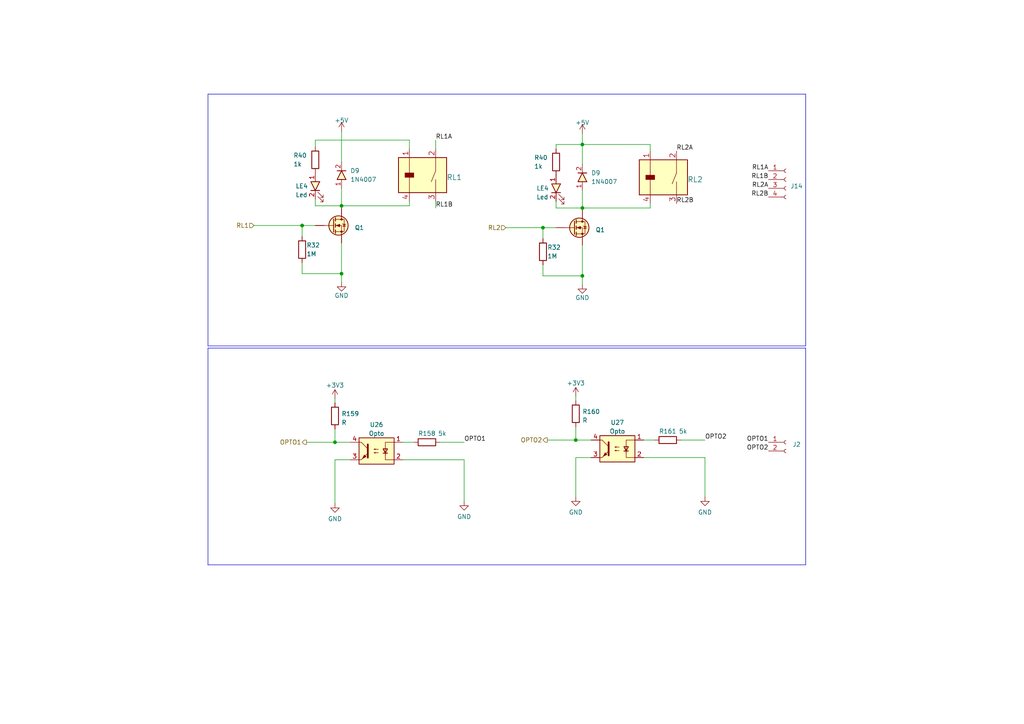
<source format=kicad_sch>
(kicad_sch (version 20230121) (generator eeschema)
  (paper "A4")
  (lib_symbols
    (symbol "Connector:Conn_01x02_Socket" (pin_names (offset 1.016) hide)
      (property "Reference" "J" (at 0 2.54 0))
      (property "Value" "Conn_01x02_Socket" (at 0 -5.08 0))
      (symbol "Conn_01x02_Socket_1_1"
        (arc (start 0 -2.032) (mid -0.5058 -2.54) (end 0 -3.048) (stroke (width 0.1524)))
        (polyline (pts (xy -1.27 -2.54) (xy -0.508 -2.54)) (stroke (width 0.1524)))
        (polyline (pts (xy -1.27 0) (xy -0.508 0)) (stroke (width 0.1524)))
        (arc (start 0 0.508) (mid -0.5058 0) (end 0 -0.508) (stroke (width 0.1524)))
        (pin passive line (at -5.08 0 0) (length 3.81) (name "Pin_1") (number "1"))
        (pin passive line (at -5.08 -2.54 0) (length 3.81) (name "Pin_2") (number "2"))
      )
    )
    (symbol "Connector:Conn_01x04_Socket" (pin_names (offset 1.016) hide)
      (property "Reference" "J" (at 0 5.08 0))
      (property "Value" "Conn_01x04_Socket" (at 0 -7.62 0))
      (symbol "Conn_01x04_Socket_1_1"
        (arc (start 0 -4.572) (mid -0.5058 -5.08) (end 0 -5.588) (stroke (width 0.1524)))
        (arc (start 0 -2.032) (mid -0.5058 -2.54) (end 0 -3.048) (stroke (width 0.1524)))
        (polyline (pts (xy -1.27 -5.08) (xy -0.508 -5.08)) (stroke (width 0.1524)))
        (polyline (pts (xy -1.27 -2.54) (xy -0.508 -2.54)) (stroke (width 0.1524)))
        (polyline (pts (xy -1.27 0) (xy -0.508 0)) (stroke (width 0.1524)))
        (polyline (pts (xy -1.27 2.54) (xy -0.508 2.54)) (stroke (width 0.1524)))
        (arc (start 0 0.508) (mid -0.5058 0) (end 0 -0.508) (stroke (width 0.1524)))
        (arc (start 0 3.048) (mid -0.5058 2.54) (end 0 2.032) (stroke (width 0.1524)))
        (pin passive line (at -5.08 2.54 0) (length 3.81) (name "Pin_1") (number "1"))
        (pin passive line (at -5.08 0 0) (length 3.81) (name "Pin_2") (number "2"))
        (pin passive line (at -5.08 -2.54 0) (length 3.81) (name "Pin_3") (number "3"))
        (pin passive line (at -5.08 -5.08 0) (length 3.81) (name "Pin_4") (number "4"))
      )
    )
    (symbol "Device:R" (pin_numbers hide) (pin_names (offset 0))
      (property "Reference" "R" (at 2.032 0 90))
      (property "Value" "R" (at 0 0 90))
      (symbol "R_0_1"
        (rectangle (start -1.016 -2.54) (end 1.016 2.54) (stroke (width 0.254)))
      )
      (symbol "R_1_1"
        (pin passive line (at 0 3.81 270) (length 1.27) (name "~") (number "1"))
        (pin passive line (at 0 -3.81 90) (length 1.27) (name "~") (number "2"))
      )
    )
    (symbol "IVS_SYMBOLS:Led"
      (property "Reference" "LE" (at 0.508 -2.794 0))
      (property "Value" "Led" (at -0.254 2.794 0))
      (symbol "Led_0_1"
        (polyline (pts (xy 0 -1.27) (xy 0 1.27)) (stroke (width 0.254)))
        (polyline (pts (xy 2.54 -1.27) (xy 2.54 1.27) (xy 0 0) (xy 2.54 -1.27)) (stroke (width 0.254)) (fill (type background)))
        (polyline (pts (xy -1.778 -0.762) (xy -3.302 -2.286) (xy -2.54 -2.286) (xy -3.302 -2.286) (xy -3.302 -1.524)))
        (polyline (pts (xy -0.508 -0.762) (xy -2.032 -2.286) (xy -1.27 -2.286) (xy -2.032 -2.286) (xy -2.032 -1.524)))
      )
      (symbol "Led_1_1"
        (pin passive line (at 5.08 0 180) (length 2.54) (name "") (number "1"))
        (pin passive line (at -2.54 0 0) (length 2.54) (name "") (number "2"))
      )
    )
    (symbol "IVS_SYMBOLS:N_Mosfet" (pin_numbers hide) (pin_names hide)
      (property "Reference" "Q" (at 2.794 1.2192 0))
      (symbol "N_Mosfet_0_1"
        (circle (center -0.889 0) (radius 2.794) (stroke (width 0.254)) (fill (type background)))
        (circle (center 0 -1.778) (radius 0.254) (fill (type outline)))
        (polyline (pts (xy -2.286 0) (xy -5.08 0)))
        (polyline (pts (xy -2.286 1.905) (xy -2.286 -1.905)) (stroke (width 0.254)))
        (polyline (pts (xy -1.778 -1.27) (xy -1.778 -2.286)) (stroke (width 0.254)))
        (polyline (pts (xy -1.778 0.508) (xy -1.778 -0.508)) (stroke (width 0.254)))
        (polyline (pts (xy -1.778 2.286) (xy -1.778 1.27)) (stroke (width 0.254)))
        (polyline (pts (xy 0 2.54) (xy 0 1.778)))
        (polyline (pts (xy 0 -2.54) (xy 0 0) (xy -1.778 0)))
        (polyline (pts (xy -1.778 -1.778) (xy 0.762 -1.778) (xy 0.762 1.778) (xy -1.778 1.778)))
        (polyline (pts (xy -1.524 0) (xy -0.508 0.381) (xy -0.508 -0.381) (xy -1.524 0)) (fill (type outline)))
        (polyline (pts (xy 0.254 0.508) (xy 0.381 0.381) (xy 1.143 0.381) (xy 1.27 0.254)))
        (polyline (pts (xy 0.762 0.381) (xy 0.381 -0.254) (xy 1.143 -0.254) (xy 0.762 0.381)))
        (circle (center 0 1.778) (radius 0.254) (fill (type outline)))
      )
      (symbol "N_Mosfet_1_1"
        (pin input line (at -7.62 0 0) (length 2.54) (name "G") (number "1"))
        (pin passive line (at 0 -5.08 90) (length 2.54) (name "S") (number "2"))
        (pin passive line (at 0 5.08 270) (length 2.54) (name "D") (number "3"))
      )
    )
    (symbol "IVS_SYMBOLS:Opto" (pin_names (offset 1.016))
      (property "Reference" "U" (at -5.08 6.35 0))
      (property "Value" "Opto" (at -5.08 -6.35 0))
      (symbol "Opto_0_1"
        (rectangle (start -5.08 3.81) (end 5.08 -3.81) (stroke (width 0.254)) (fill (type background)))
        (polyline (pts (xy -3.175 -0.635) (xy -1.905 -0.635)) (stroke (width 0.254)))
        (polyline (pts (xy 2.54 0.635) (xy 4.445 2.54)))
        (polyline (pts (xy 4.445 -2.54) (xy 2.54 -0.635)) (fill (type outline)))
        (polyline (pts (xy 4.445 -2.54) (xy 5.08 -2.54)))
        (polyline (pts (xy 4.445 2.54) (xy 5.08 2.54)))
        (polyline (pts (xy -2.54 -0.635) (xy -2.54 -2.54) (xy -5.08 -2.54)))
        (polyline (pts (xy 2.54 1.905) (xy 2.54 -1.905) (xy 2.54 -1.905)) (stroke (width 0.508)))
        (polyline (pts (xy -5.08 2.54) (xy -2.54 2.54) (xy -2.54 -1.27) (xy -2.54 0.635)))
        (polyline (pts (xy -2.54 -0.635) (xy -3.175 0.635) (xy -1.905 0.635) (xy -2.54 -0.635)) (stroke (width 0.254)))
        (polyline (pts (xy -0.508 -0.508) (xy 0.762 -0.508) (xy 0.381 -0.635) (xy 0.381 -0.381) (xy 0.762 -0.508)))
        (polyline (pts (xy -0.508 0.508) (xy 0.762 0.508) (xy 0.381 0.381) (xy 0.381 0.635) (xy 0.762 0.508)))
        (polyline (pts (xy 3.048 -1.651) (xy 3.556 -1.143) (xy 4.064 -2.159) (xy 3.048 -1.651) (xy 3.048 -1.651)) (fill (type outline)))
      )
      (symbol "Opto_1_1"
        (pin passive line (at -7.62 2.54 0) (length 2.54) (name "~") (number "1"))
        (pin passive line (at -7.62 -2.54 0) (length 2.54) (name "~") (number "2"))
        (pin passive line (at 7.62 -2.54 180) (length 2.54) (name "~") (number "3"))
        (pin passive line (at 7.62 2.54 180) (length 2.54) (name "~") (number "4"))
      )
    )
    (symbol "IVS_SYMBOLS:Relay_G5NB-1A-E_DC5" (pin_names (offset 0.254) hide)
      (property "Reference" "RL?" (at 0 -15.24 0))
      (symbol "Relay_G5NB-1A-E_DC5_1_1"
        (rectangle (start -5.08 5.715) (end 5.08 -8.255) (stroke (width 0.254)) (fill (type background)))
        (rectangle (start -0.635 3.81) (end 0.635 1.27) (fill (type outline)))
        (polyline (pts (xy -5.08 -5.08) (xy -1.27 -5.08)))
        (polyline (pts (xy 1.27 -5.08) (xy -1.905 -3.81)))
        (polyline (pts (xy 5.08 -5.08) (xy 1.27 -5.08)))
        (polyline (pts (xy 5.08 2.54) (xy -5.08 2.54)))
        (pin power_in line (at 7.62 2.54 180) (length 2.54) (name "1") (number "1"))
        (pin passive line (at 7.62 -5.08 180) (length 2.54) (name "2") (number "2"))
        (pin passive line (at -7.62 -5.08 0) (length 2.54) (name "3") (number "3"))
        (pin power_in line (at -7.62 2.54 0) (length 2.54) (name "4") (number "4"))
      )
    )
    (symbol "IVS_SYMBOL_DIR:D_Diode"
      (property "Reference" "D" (at 0 2.54 0))
      (property "Value" "D_Diode" (at 0 -2.54 0))
      (symbol "D_Diode_0_1"
        (polyline (pts (xy 0 1.27) (xy 0 -1.27)) (stroke (width 0.254)))
        (polyline (pts (xy 2.54 1.27) (xy 2.54 -1.27) (xy 0 0) (xy 2.54 1.27)) (stroke (width 0.254)) (fill (type background)))
      )
      (symbol "D_Diode_1_1"
        (pin passive line (at 5.08 0 180) (length 2.54) (name "") (number "1"))
        (pin passive line (at -2.54 0 0) (length 2.54) (name "") (number "2"))
      )
    )
    (symbol "Led_1"
      (property "Reference" "LE" (at 0.508 -2.794 0))
      (property "Value" "Led" (at -0.254 2.794 0))
      (symbol "Led_1_0_1"
        (polyline (pts (xy 0 -1.27) (xy 0 1.27)) (stroke (width 0.254)))
        (polyline (pts (xy 2.54 -1.27) (xy 2.54 1.27) (xy 0 0) (xy 2.54 -1.27)) (stroke (width 0.254)) (fill (type background)))
        (polyline (pts (xy -1.778 -0.762) (xy -3.302 -2.286) (xy -2.54 -2.286) (xy -3.302 -2.286) (xy -3.302 -1.524)))
        (polyline (pts (xy -0.508 -0.762) (xy -2.032 -2.286) (xy -1.27 -2.286) (xy -2.032 -2.286) (xy -2.032 -1.524)))
      )
      (symbol "Led_1_1_1"
        (pin passive line (at 5.08 0 180) (length 2.54) (name "") (number "1"))
        (pin passive line (at -2.54 0 0) (length 2.54) (name "") (number "2"))
      )
    )
    (symbol "Relay_G5NB-1A-E_DC5_1" (pin_names (offset 0.254) hide)
      (property "Reference" "RL?" (at 0 -15.24 0))
      (symbol "Relay_G5NB-1A-E_DC5_1_1_1"
        (rectangle (start -5.08 5.715) (end 5.08 -8.255) (stroke (width 0.254)) (fill (type background)))
        (rectangle (start -0.635 3.81) (end 0.635 1.27) (fill (type outline)))
        (polyline (pts (xy -5.08 -5.08) (xy -1.27 -5.08)))
        (polyline (pts (xy 1.27 -5.08) (xy -1.905 -3.81)))
        (polyline (pts (xy 5.08 -5.08) (xy 1.27 -5.08)))
        (polyline (pts (xy 5.08 2.54) (xy -5.08 2.54)))
        (pin power_in line (at 7.62 2.54 180) (length 2.54) (name "1") (number "1"))
        (pin passive line (at 7.62 -5.08 180) (length 2.54) (name "2") (number "2"))
        (pin passive line (at -7.62 -5.08 0) (length 2.54) (name "3") (number "3"))
        (pin power_in line (at -7.62 2.54 0) (length 2.54) (name "4") (number "4"))
      )
    )
    (symbol "power:+3V3" (power) (pin_names (offset 0))
      (property "Value" "+3V3" (at 0 3.556 0))
      (symbol "+3V3_0_1"
        (polyline (pts (xy -0.762 1.27) (xy 0 2.54)))
        (polyline (pts (xy 0 0) (xy 0 2.54)))
        (polyline (pts (xy 0 2.54) (xy 0.762 1.27)))
      )
      (symbol "+3V3_1_1"
        (pin power_in line (at 0 0 90) (length 0) hide (name "+3V3") (number "1"))
      )
    )
    (symbol "power:+5V" (power) (pin_names (offset 0))
      (property "Value" "+5V" (at 0 3.556 0))
      (symbol "+5V_0_1"
        (polyline (pts (xy -0.762 1.27) (xy 0 2.54)))
        (polyline (pts (xy 0 0) (xy 0 2.54)))
        (polyline (pts (xy 0 2.54) (xy 0.762 1.27)))
      )
      (symbol "+5V_1_1"
        (pin power_in line (at 0 0 90) (length 0) hide (name "+5V") (number "1"))
      )
    )
    (symbol "power:GND" (power) (pin_names (offset 0))
      (property "Value" "GND" (at 0 -3.81 0))
      (symbol "GND_0_1"
        (polyline (pts (xy 0 0) (xy 0 -1.27) (xy 1.27 -1.27) (xy 0 -2.54) (xy -1.27 -1.27) (xy 0 -1.27)))
      )
      (symbol "GND_1_1"
        (pin power_in line (at 0 0 270) (length 0) hide (name "GND") (number "1"))
      )
    )
  )
  (junction (at 168.91 41.91))
  (junction (at 167.005 127.635))
  (junction (at 97.155 128.27))
  (junction (at 168.91 80.01))
  (junction (at 157.48 66.04))
  (junction (at 99.06 79.375))
  (junction (at 168.91 60.325))
  (junction (at 99.06 59.69))
  (junction (at 87.63 65.405))
  (wire (pts (xy 158.75 127.635) (xy 167.005 127.635)))
  (wire (pts (xy 73.6347 65.405) (xy 87.63 65.405)))
  (wire (pts (xy 168.91 80.01) (xy 168.91 82.55)))
  (wire (pts (xy 91.44 59.69) (xy 99.06 59.69)))
  (wire (pts (xy 204.47 132.715) (xy 204.47 144.145)))
  (wire (pts (xy 168.91 41.91) (xy 168.91 47.625)))
  (wire (pts (xy 161.29 41.91) (xy 168.91 41.91)))
  (wire (pts (xy 118.745 58.42) (xy 118.745 59.69)))
  (wire (pts (xy 127.635 128.27) (xy 134.62 128.27)))
  (polyline (pts (xy 233.68 163.83) (xy 60.325 163.83)))
  (wire (pts (xy 99.06 59.69) (xy 99.06 60.325)))
  (wire (pts (xy 161.29 43.18) (xy 161.29 41.91)))
  (wire (pts (xy 161.29 60.325) (xy 168.91 60.325)))
  (wire (pts (xy 88.9 128.27) (xy 97.155 128.27)))
  (wire (pts (xy 87.63 68.58) (xy 87.63 65.405)))
  (wire (pts (xy 99.06 79.375) (xy 99.06 81.915)))
  (wire (pts (xy 167.005 127.635) (xy 167.005 123.825)))
  (wire (pts (xy 188.595 43.815) (xy 188.595 41.91)))
  (wire (pts (xy 101.6 128.27) (xy 97.155 128.27)))
  (wire (pts (xy 126.365 40.64) (xy 126.365 43.18)))
  (wire (pts (xy 168.91 38.735) (xy 168.91 41.91)))
  (wire (pts (xy 116.84 133.35) (xy 134.62 133.35)))
  (wire (pts (xy 99.06 38.1) (xy 99.06 46.99)))
  (wire (pts (xy 161.29 58.42) (xy 161.29 60.325)))
  (wire (pts (xy 134.62 133.35) (xy 134.62 145.415)))
  (polyline (pts (xy 233.68 27.305) (xy 233.68 100.33)))
  (wire (pts (xy 197.485 127.635) (xy 204.47 127.635)))
  (wire (pts (xy 87.63 79.375) (xy 99.06 79.375)))
  (wire (pts (xy 97.155 133.35) (xy 97.155 146.05)))
  (wire (pts (xy 97.155 128.27) (xy 97.155 124.46)))
  (polyline (pts (xy 60.325 100.965) (xy 233.68 100.965)))
  (wire (pts (xy 91.44 42.545) (xy 91.44 40.64)))
  (wire (pts (xy 101.6 133.35) (xy 97.155 133.35)))
  (wire (pts (xy 168.91 55.245) (xy 168.91 60.325)))
  (wire (pts (xy 87.63 65.405) (xy 91.44 65.405)))
  (wire (pts (xy 168.91 60.325) (xy 168.91 60.96)))
  (wire (pts (xy 171.45 127.635) (xy 167.005 127.635)))
  (wire (pts (xy 99.06 70.485) (xy 99.06 79.375)))
  (wire (pts (xy 157.48 69.215) (xy 157.48 66.04)))
  (wire (pts (xy 171.45 132.715) (xy 167.005 132.715)))
  (wire (pts (xy 188.595 41.91) (xy 168.91 41.91)))
  (wire (pts (xy 126.365 58.42) (xy 126.365 60.325)))
  (wire (pts (xy 118.745 59.69) (xy 99.06 59.69)))
  (wire (pts (xy 118.745 40.64) (xy 118.745 43.18)))
  (wire (pts (xy 167.005 132.715) (xy 167.005 144.145)))
  (wire (pts (xy 157.48 66.04) (xy 161.29 66.04)))
  (wire (pts (xy 168.91 71.12) (xy 168.91 80.01)))
  (wire (pts (xy 99.06 54.61) (xy 99.06 59.69)))
  (wire (pts (xy 157.48 76.835) (xy 157.48 80.01)))
  (wire (pts (xy 167.005 114.935) (xy 167.005 116.205)))
  (wire (pts (xy 91.44 40.64) (xy 118.745 40.64)))
  (wire (pts (xy 146.685 66.04) (xy 157.48 66.04)))
  (wire (pts (xy 186.69 132.715) (xy 204.47 132.715)))
  (wire (pts (xy 157.48 80.01) (xy 168.91 80.01)))
  (wire (pts (xy 91.44 57.785) (xy 91.44 59.69)))
  (polyline (pts (xy 60.325 27.305) (xy 60.325 100.33)))
  (polyline (pts (xy 233.68 100.33) (xy 60.325 100.33)))
  (wire (pts (xy 186.69 127.635) (xy 189.865 127.635)))
  (polyline (pts (xy 60.325 27.305) (xy 233.68 27.305)))
  (wire (pts (xy 188.595 60.325) (xy 168.91 60.325)))
  (polyline (pts (xy 233.68 100.965) (xy 233.68 163.83)))
  (wire (pts (xy 87.63 76.2) (xy 87.63 79.375)))
  (wire (pts (xy 188.595 59.055) (xy 188.595 60.325)))
  (wire (pts (xy 116.84 128.27) (xy 120.015 128.27)))
  (wire (pts (xy 97.155 115.57) (xy 97.155 116.84)))
  (polyline (pts (xy 60.325 100.965) (xy 60.325 163.83)))
  (label "OPTO1" (at 222.885 128.27 180))
  (label "RL2B" (at 222.885 57.15 180))
  (label "RL2A" (at 196.215 43.815 0))
  (label "RL1A" (at 126.365 40.64 0))
  (label "RL2A" (at 222.885 54.61 180))
  (label "OPTO1" (at 134.62 128.27 0))
  (label "RL1B" (at 126.365 60.325 0))
  (label "OPTO2" (at 222.885 130.81 180))
  (label "RL2B" (at 196.215 59.055 0))
  (label "OPTO2" (at 204.47 127.635 0))
  (label "RL1A" (at 222.885 49.53 180))
  (label "RL1B" (at 222.885 52.07 180))
  (hierarchical_label "OPTO2" (shape output) (at 158.75 127.635 180))
  (hierarchical_label "RL1" (shape input) (at 73.66 65.405 180))
  (hierarchical_label "OPTO1" (shape output) (at 88.9 128.27 180))
  (hierarchical_label "RL2" (shape input) (at 146.685 66.04 180))
  (symbol (lib_name "Led_1") (lib_id "IVS_SYMBOLS:Led") (at 161.29 55.88 90) (unit 1)
    (property "Reference" "LE4" (at 155.575 54.61 90) (effects (justify right)))
    (property "Value" "Led" (at 155.575 57.15 90) (effects (justify right)))
    (property "Footprint" "IVS_FOOTPRINTS:LED_0603" (effects hide))
    (instances (project "dongtam" (path "" (reference "LE4") (unit 1)) (path "" (reference "LE7") (unit 1)) (path "" (reference "LE23") (unit 1))))
  )
  (symbol (lib_id "power:+3V3") (at 97.155 115.57 0) (unit 1)
    (property "Reference" "#PWR0213" (effects hide))
    (property "Value" "+3V3" (at 97.155 111.76 0))
  )
  (symbol (lib_id "power:GND") (at 168.91 82.55 0) (unit 1)
    (property "Reference" "#PWR076" (effects hide))
    (property "Value" "GND" (at 168.91 86.36 0))
    (instances (project "dongtam" (path "" (reference "#PWR076") (unit 1)) (path "" (reference "#PWR0211") (unit 1))))
  )
  (symbol (lib_id "Device:R") (at 167.005 120.015 180) (unit 1)
    (property "Reference" "R160" (at 168.91 119.38 0) (effects (justify right)))
    (property "Value" "R" (at 168.91 121.92 0) (effects (justify right)))
    (property "Footprint" "IVS_FOOTPRINTS:R_0603" (effects hide))
  )
  (symbol (lib_id "IVS_SYMBOL_DIR:D_Diode") (at 99.06 49.53 270) (unit 1)
    (property "Reference" "D9" (at 101.6 49.5299 90) (effects (justify left)))
    (property "Value" "1N4007" (at 101.6 52.0699 90) (effects (justify left)))
    (property "Footprint" "IVS_FOOTPRINTS:D_SOD323" (effects hide))
    (instances (project "dongtam" (path "" (reference "D9") (unit 1)) (path "" (reference "D22") (unit 1))))
  )
  (symbol (lib_id "IVS_SYMBOLS:Led") (at 91.44 55.245 90) (unit 1)
    (property "Reference" "LE4" (at 85.725 53.975 90) (effects (justify right)))
    (property "Value" "Led" (at 85.725 56.515 90) (effects (justify right)))
    (property "Footprint" "IVS_FOOTPRINTS:LED_0603" (effects hide))
    (instances (project "dongtam" (path "" (reference "LE4") (unit 1)) (path "" (reference "LE7") (unit 1)) (path "" (reference "LE22") (unit 1))))
  )
  (symbol (lib_id "Device:R") (at 161.29 46.99 0) (unit 1)
    (property "Reference" "R40" (at 154.94 45.72 0) (effects (justify left)))
    (property "Value" "1k" (at 154.94 48.26 0) (effects (justify left)))
    (property "Footprint" "IVS_FOOTPRINTS:R_0603" (effects hide))
    (instances (project "dongtam" (path "" (reference "R40") (unit 1)) (path "" (reference "R115") (unit 1)) (path "" (reference "R157") (unit 1))))
  )
  (symbol (lib_id "power:+3V3") (at 167.005 114.935 0) (unit 1)
    (property "Reference" "#PWR0214" (effects hide))
    (property "Value" "+3V3" (at 167.005 111.125 0))
  )
  (symbol (lib_id "power:+5V") (at 168.91 38.735 0) (unit 1)
    (property "Reference" "#PWR0208" (effects hide))
    (property "Value" "+5V" (at 168.91 35.56 0))
  )
  (symbol (lib_id "Device:R") (at 87.63 72.39 0) (unit 1)
    (property "Reference" "R32" (at 88.9 71.12 0) (effects (justify left)))
    (property "Value" "1M" (at 88.9 73.66 0) (effects (justify left)))
    (property "Footprint" "IVS_FOOTPRINTS:R_0603" (effects hide))
    (instances (project "dongtam" (path "" (reference "R32") (unit 1)) (path "" (reference "R155") (unit 1))))
  )
  (symbol (lib_id "IVS_SYMBOLS:Opto") (at 179.07 130.175 0) (mirror y) (unit 1)
    (property "Reference" "U27" (at 179.07 122.555 0))
    (property "Value" "Opto" (at 179.07 125.095 0))
    (property "Footprint" "IVS_FOOTPRINTS:OPTO_EL357N-G" (effects hide))
    (property "Datasheet" "http://pdf.datasheet.live/datasheets-1/everlight_international/EL357_D_TB_.pdf" (effects hide))
  )
  (symbol (lib_id "power:GND") (at 97.155 146.05 0) (unit 1)
    (property "Reference" "#PWR0212" (effects hide))
    (property "Value" "GND" (at 97.155 150.495 0))
  )
  (symbol (lib_id "IVS_SYMBOLS:N_Mosfet") (at 168.91 66.04 0) (unit 1)
    (property "Reference" "Q1" (at 172.72 66.675 0) (effects (justify left)))
    (property "Value" "N_Mosfet" (effects hide))
    (property "Footprint" "IVS_FOOTPRINTS:SOT23-3" (effects hide))
    (property "Datasheet" "https://www.onsemi.com/pub/Collateral/BSS138-D.PDF" (effects hide))
    (instances (project "dongtam" (path "" (reference "Q1") (unit 1)) (path "" (reference "Q24") (unit 1))))
  )
  (symbol (lib_id "Device:R") (at 123.825 128.27 90) (unit 1)
    (property "Reference" "R158" (at 123.825 125.73 90))
    (property "Value" "5k" (at 128.27 125.73 90))
    (property "Footprint" "IVS_FOOTPRINTS:R_0603" (effects hide))
  )
  (symbol (lib_id "power:GND") (at 99.06 81.915 0) (unit 1)
    (property "Reference" "#PWR076" (effects hide))
    (property "Value" "GND" (at 99.06 85.725 0))
    (instances (project "dongtam" (path "" (reference "#PWR076") (unit 1)) (path "" (reference "#PWR0210") (unit 1))))
  )
  (symbol (lib_id "IVS_SYMBOLS:Opto") (at 109.22 130.81 0) (mirror y) (unit 1)
    (property "Reference" "U26" (at 109.22 123.19 0))
    (property "Value" "Opto" (at 109.22 125.73 0))
    (property "Footprint" "IVS_FOOTPRINTS:OPTO_EL357N-G" (effects hide))
    (property "Datasheet" "http://pdf.datasheet.live/datasheets-1/everlight_international/EL357_D_TB_.pdf" (effects hide))
  )
  (symbol (lib_id "Connector:Conn_01x02_Socket") (at 227.965 128.27 0) (unit 1)
    (property "Reference" "J2" (at 229.87 128.905 0) (effects (justify left)))
    (property "Value" "Conn_01x02_Socket" (effects hide))
    (property "Footprint" "IVS_FOOTPRINTS:KF128-5.0-2P" (effects hide))
  )
  (symbol (lib_id "power:+5V") (at 99.06 38.1 0) (unit 1)
    (property "Reference" "#PWR0209" (effects hide))
    (property "Value" "+5V" (at 99.06 34.925 0))
  )
  (symbol (lib_id "power:GND") (at 134.62 145.415 0) (unit 1)
    (property "Reference" "#PWR0216" (effects hide))
    (property "Value" "GND" (at 134.62 149.86 0))
  )
  (symbol (lib_id "IVS_SYMBOL_DIR:D_Diode") (at 168.91 50.165 270) (unit 1)
    (property "Reference" "D9" (at 171.45 50.1649 90) (effects (justify left)))
    (property "Value" "1N4007" (at 171.45 52.7049 90) (effects (justify left)))
    (property "Footprint" "IVS_FOOTPRINTS:D_SOD323" (effects hide))
    (instances (project "dongtam" (path "" (reference "D9") (unit 1)) (path "" (reference "D23") (unit 1))))
  )
  (symbol (lib_id "Device:R") (at 91.44 46.355 0) (unit 1)
    (property "Reference" "R40" (at 85.09 45.085 0) (effects (justify left)))
    (property "Value" "1k" (at 85.09 47.625 0) (effects (justify left)))
    (property "Footprint" "IVS_FOOTPRINTS:R_0603" (effects hide))
    (instances (project "dongtam" (path "" (reference "R40") (unit 1)) (path "" (reference "R115") (unit 1)) (path "" (reference "R13") (unit 1))))
  )
  (symbol (lib_id "Device:R") (at 157.48 73.025 0) (unit 1)
    (property "Reference" "R32" (at 158.75 71.755 0) (effects (justify left)))
    (property "Value" "1M" (at 158.75 74.295 0) (effects (justify left)))
    (property "Footprint" "IVS_FOOTPRINTS:R_0603" (effects hide))
    (instances (project "dongtam" (path "" (reference "R32") (unit 1)) (path "" (reference "R156") (unit 1))))
  )
  (symbol (lib_id "Device:R") (at 193.675 127.635 90) (unit 1)
    (property "Reference" "R161" (at 193.675 125.095 90))
    (property "Value" "5k" (at 198.12 125.095 90))
    (property "Footprint" "IVS_FOOTPRINTS:R_0603" (effects hide))
  )
  (symbol (lib_id "power:GND") (at 167.005 144.145 0) (unit 1)
    (property "Reference" "#PWR0215" (effects hide))
    (property "Value" "GND" (at 167.005 148.59 0))
  )
  (symbol (lib_name "Relay_G5NB-1A-E_DC5_1") (lib_id "IVS_SYMBOLS:Relay_G5NB-1A-E_DC5") (at 191.135 51.435 90) (unit 1)
    (property "Reference" "RL2" (at 199.39 52.07 90) (effects (font (size 1.524 1.524)) (justify right)))
    (property "Value" "Relay_G5NB-1A-E_DC5" (effects hide))
    (property "Footprint" "IVS_FOOTPRINTS:Relay_G5NB-1A-E DC5" (effects hide))
    (property "Datasheet" "https://omronfs.omron.com/en_US/ecb/products/pdf/en-g5nb_el.pdf" (effects hide))
    (property "Thegioiic_Buylink" "https://www.thegioiic.com/g5nb-1a-e-5vdc-ro-le-5vdc-5a-spst-no" (effects hide))
  )
  (symbol (lib_id "IVS_SYMBOLS:N_Mosfet") (at 99.06 65.405 0) (unit 1)
    (property "Reference" "Q1" (at 102.87 66.04 0) (effects (justify left)))
    (property "Value" "N_Mosfet" (effects hide))
    (property "Footprint" "IVS_FOOTPRINTS:SOT23-3" (effects hide))
    (property "Datasheet" "https://www.onsemi.com/pub/Collateral/BSS138-D.PDF" (effects hide))
    (instances (project "dongtam" (path "" (reference "Q1") (unit 1)) (path "" (reference "Q21") (unit 1))))
  )
  (symbol (lib_id "Device:R") (at 97.155 120.65 180) (unit 1)
    (property "Reference" "R159" (at 99.06 120.015 0) (effects (justify right)))
    (property "Value" "R" (at 99.06 122.555 0) (effects (justify right)))
    (property "Footprint" "IVS_FOOTPRINTS:R_0603" (effects hide))
  )
  (symbol (lib_id "power:GND") (at 204.47 144.145 0) (unit 1)
    (property "Reference" "#PWR0217" (effects hide))
    (property "Value" "GND" (at 204.47 148.59 0))
  )
  (symbol (lib_id "Connector:Conn_01x04_Socket") (at 227.965 52.07 0) (unit 1)
    (property "Reference" "J14" (at 229.235 53.975 0) (effects (justify left)))
    (property "Value" "Conn_01x04_Socket" (effects hide))
  )
  (symbol (lib_id "IVS_SYMBOLS:Relay_G5NB-1A-E_DC5") (at 121.285 50.8 90) (unit 1)
    (property "Reference" "RL1" (at 129.54 51.435 90) (effects (font (size 1.524 1.524)) (justify right)))
    (property "Value" "Relay_G5NB-1A-E_DC5" (effects hide))
    (property "Footprint" "IVS_FOOTPRINTS:Relay_G5NB-1A-E DC5" (effects hide))
    (property "Datasheet" "https://omronfs.omron.com/en_US/ecb/products/pdf/en-g5nb_el.pdf" (effects hide))
    (property "Thegioiic_Buylink" "https://www.thegioiic.com/g5nb-1a-e-5vdc-ro-le-5vdc-5a-spst-no" (effects hide))
  )
)
</source>
